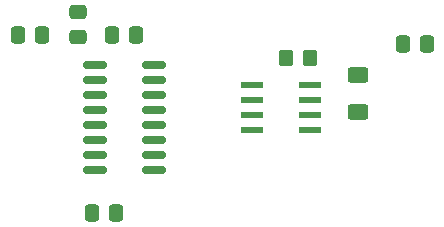
<source format=gtp>
G04 #@! TF.GenerationSoftware,KiCad,Pcbnew,8.0.6*
G04 #@! TF.CreationDate,2025-01-14T12:10:58-05:00*
G04 #@! TF.ProjectId,usb_lin,7573625f-6c69-46e2-9e6b-696361645f70,rev?*
G04 #@! TF.SameCoordinates,Original*
G04 #@! TF.FileFunction,Paste,Top*
G04 #@! TF.FilePolarity,Positive*
%FSLAX46Y46*%
G04 Gerber Fmt 4.6, Leading zero omitted, Abs format (unit mm)*
G04 Created by KiCad (PCBNEW 8.0.6) date 2025-01-14 12:10:58*
%MOMM*%
%LPD*%
G01*
G04 APERTURE LIST*
G04 Aperture macros list*
%AMRoundRect*
0 Rectangle with rounded corners*
0 $1 Rounding radius*
0 $2 $3 $4 $5 $6 $7 $8 $9 X,Y pos of 4 corners*
0 Add a 4 corners polygon primitive as box body*
4,1,4,$2,$3,$4,$5,$6,$7,$8,$9,$2,$3,0*
0 Add four circle primitives for the rounded corners*
1,1,$1+$1,$2,$3*
1,1,$1+$1,$4,$5*
1,1,$1+$1,$6,$7*
1,1,$1+$1,$8,$9*
0 Add four rect primitives between the rounded corners*
20,1,$1+$1,$2,$3,$4,$5,0*
20,1,$1+$1,$4,$5,$6,$7,0*
20,1,$1+$1,$6,$7,$8,$9,0*
20,1,$1+$1,$8,$9,$2,$3,0*%
G04 Aperture macros list end*
%ADD10RoundRect,0.250000X-0.337500X-0.475000X0.337500X-0.475000X0.337500X0.475000X-0.337500X0.475000X0*%
%ADD11RoundRect,0.250000X0.475000X-0.337500X0.475000X0.337500X-0.475000X0.337500X-0.475000X-0.337500X0*%
%ADD12RoundRect,0.150000X-0.825000X-0.150000X0.825000X-0.150000X0.825000X0.150000X-0.825000X0.150000X0*%
%ADD13RoundRect,0.250000X-0.625000X0.400000X-0.625000X-0.400000X0.625000X-0.400000X0.625000X0.400000X0*%
%ADD14R,1.981200X0.558800*%
%ADD15RoundRect,0.250000X0.350000X0.450000X-0.350000X0.450000X-0.350000X-0.450000X0.350000X-0.450000X0*%
G04 APERTURE END LIST*
D10*
X152462500Y-98600000D03*
X154537500Y-98600000D03*
X158762500Y-113650000D03*
X160837500Y-113650000D03*
X160437500Y-98550000D03*
X162512500Y-98550000D03*
D11*
X157600000Y-98737500D03*
X157600000Y-96662500D03*
D12*
X159025000Y-101155000D03*
X159025000Y-102425000D03*
X159025000Y-103695000D03*
X159025000Y-104965000D03*
X159025000Y-106235000D03*
X159025000Y-107505000D03*
X159025000Y-108775000D03*
X159025000Y-110045000D03*
X163975000Y-110045000D03*
X163975000Y-108775000D03*
X163975000Y-107505000D03*
X163975000Y-106235000D03*
X163975000Y-104965000D03*
X163975000Y-103695000D03*
X163975000Y-102425000D03*
X163975000Y-101155000D03*
D13*
X181300000Y-102000000D03*
X181300000Y-105100000D03*
D14*
X172300000Y-102780000D03*
X172300000Y-104050000D03*
X172300000Y-105320000D03*
X172300000Y-106590000D03*
X177227600Y-106590000D03*
X177227600Y-105320000D03*
X177227600Y-104050000D03*
X177227600Y-102780000D03*
D10*
X185062500Y-99350000D03*
X187137500Y-99350000D03*
D15*
X177200000Y-100500000D03*
X175200000Y-100500000D03*
M02*

</source>
